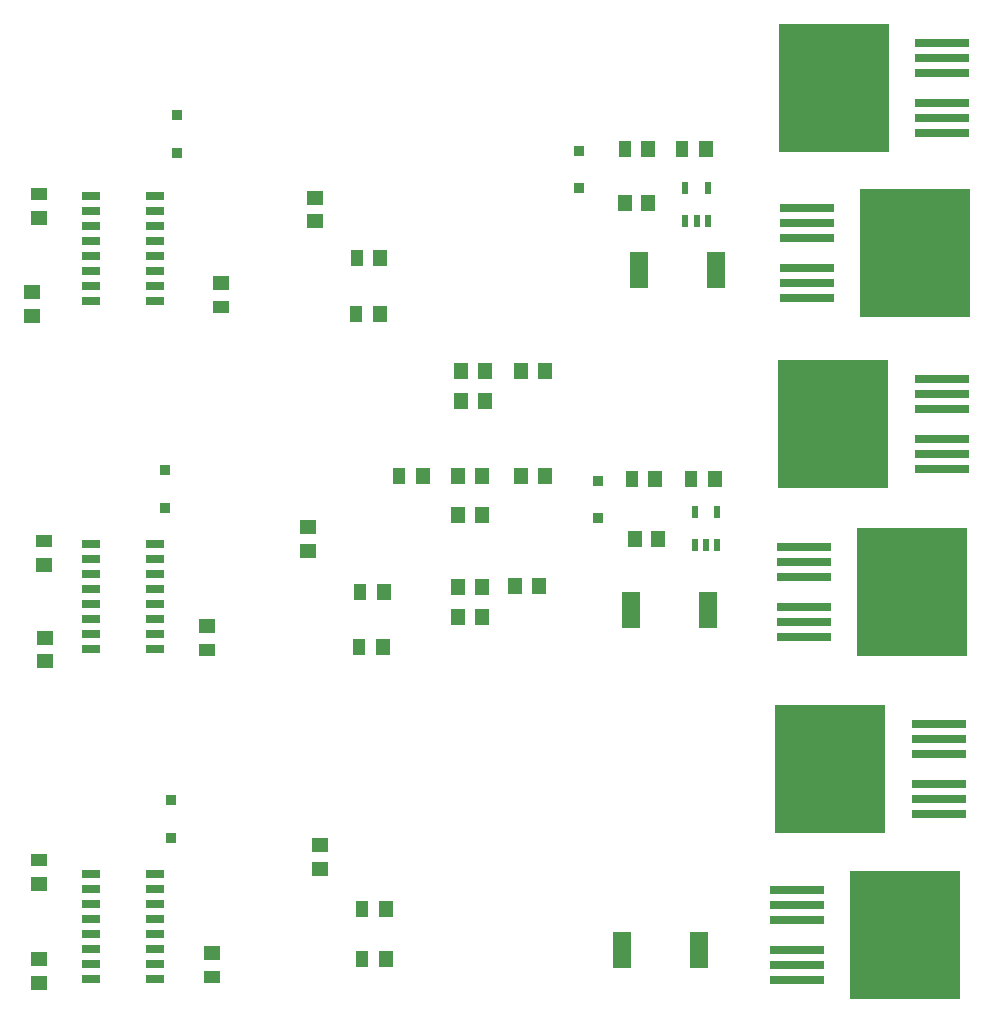
<source format=gtp>
G04*
G04 #@! TF.GenerationSoftware,Altium Limited,Altium Designer,23.10.1 (27)*
G04*
G04 Layer_Color=8421504*
%FSLAX25Y25*%
%MOIN*%
G70*
G04*
G04 #@! TF.SameCoordinates,D58E8A5F-C196-4DC0-9E6E-83BCDBF650AB*
G04*
G04*
G04 #@! TF.FilePolarity,Positive*
G04*
G01*
G75*
%ADD14R,0.02362X0.03937*%
%ADD15R,0.05512X0.04331*%
%ADD16R,0.05512X0.05118*%
%ADD17R,0.04331X0.05512*%
%ADD18R,0.05118X0.05512*%
%ADD19R,0.05315X0.04528*%
%ADD20R,0.06299X0.12205*%
%ADD21R,0.04528X0.05315*%
%ADD22R,0.37008X0.42520*%
%ADD23R,0.18110X0.03150*%
%ADD24R,0.03740X0.03543*%
%ADD25R,0.05906X0.02559*%
D14*
X287378Y278000D02*
D03*
X291118D02*
D03*
X294858D02*
D03*
Y288827D02*
D03*
X287378D02*
D03*
X290496Y180854D02*
D03*
X297976D02*
D03*
Y170028D02*
D03*
X294236D02*
D03*
X290496D02*
D03*
D15*
X72000Y286937D02*
D03*
X132500Y249413D02*
D03*
X73500Y171287D02*
D03*
X128000Y135063D02*
D03*
X72000Y64937D02*
D03*
X129500Y26063D02*
D03*
D16*
X72000Y279063D02*
D03*
X132500Y257287D02*
D03*
X73500Y163413D02*
D03*
X128000Y142937D02*
D03*
X72000Y57063D02*
D03*
X129500Y33937D02*
D03*
D17*
X286331Y302000D02*
D03*
X267181D02*
D03*
X289409Y192028D02*
D03*
X269504Y191902D02*
D03*
X177563Y247000D02*
D03*
X192063Y193000D02*
D03*
X178563Y136000D02*
D03*
X179563Y32000D02*
D03*
X177811Y265496D02*
D03*
X178913Y154185D02*
D03*
X179563Y48500D02*
D03*
D18*
X294205Y302000D02*
D03*
X275055D02*
D03*
X297284Y192028D02*
D03*
X277378Y191902D02*
D03*
X185437Y247000D02*
D03*
X199937Y193000D02*
D03*
X186437Y136000D02*
D03*
X187437Y32000D02*
D03*
X185685Y265496D02*
D03*
X186787Y154185D02*
D03*
X187437Y48500D02*
D03*
D19*
X69488Y246358D02*
D03*
Y254232D02*
D03*
X74000Y131193D02*
D03*
Y139067D02*
D03*
X72000Y24118D02*
D03*
Y31992D02*
D03*
X163976Y277854D02*
D03*
Y285728D02*
D03*
X161516Y168110D02*
D03*
Y175984D02*
D03*
X165500Y69992D02*
D03*
Y62118D02*
D03*
D20*
X297495Y261500D02*
D03*
X271905D02*
D03*
X269260Y148126D02*
D03*
X294850D02*
D03*
X291795Y35000D02*
D03*
X266205D02*
D03*
D21*
X267181Y284000D02*
D03*
X275055D02*
D03*
X278433Y172028D02*
D03*
X270559D02*
D03*
X220555Y227787D02*
D03*
X212681D02*
D03*
X232681D02*
D03*
X240555D02*
D03*
X219555Y192787D02*
D03*
X211681D02*
D03*
X232681D02*
D03*
X240555D02*
D03*
X219555Y156095D02*
D03*
X211681D02*
D03*
X230626Y156287D02*
D03*
X238500D02*
D03*
X220555Y217787D02*
D03*
X212681D02*
D03*
X211614Y180020D02*
D03*
X219488D02*
D03*
X219555Y145787D02*
D03*
X211681D02*
D03*
D22*
X337055Y322252D02*
D03*
X364055Y267252D02*
D03*
X336768Y210252D02*
D03*
X363055Y154252D02*
D03*
X335768Y95252D02*
D03*
X360500Y40000D02*
D03*
D23*
X373079Y337252D02*
D03*
Y332252D02*
D03*
Y327252D02*
D03*
Y317252D02*
D03*
Y312252D02*
D03*
Y307252D02*
D03*
X328031Y282252D02*
D03*
Y277252D02*
D03*
Y272252D02*
D03*
Y262252D02*
D03*
Y257252D02*
D03*
Y252252D02*
D03*
X372791Y225252D02*
D03*
Y220252D02*
D03*
Y215252D02*
D03*
Y205252D02*
D03*
Y200252D02*
D03*
Y195252D02*
D03*
X327031Y169252D02*
D03*
Y164252D02*
D03*
Y159252D02*
D03*
Y149252D02*
D03*
Y144252D02*
D03*
Y139252D02*
D03*
X371791Y110252D02*
D03*
Y105252D02*
D03*
Y100252D02*
D03*
Y90252D02*
D03*
Y85252D02*
D03*
Y80252D02*
D03*
X324476Y55000D02*
D03*
Y50000D02*
D03*
Y45000D02*
D03*
Y35000D02*
D03*
Y30000D02*
D03*
Y25000D02*
D03*
D24*
X118000Y313122D02*
D03*
Y300721D02*
D03*
X114000Y182429D02*
D03*
Y194831D02*
D03*
X116000Y84831D02*
D03*
Y72429D02*
D03*
X252000Y301402D02*
D03*
Y289000D02*
D03*
X258268Y179035D02*
D03*
Y191437D02*
D03*
D25*
X89370Y286130D02*
D03*
Y281130D02*
D03*
Y276130D02*
D03*
Y271130D02*
D03*
Y266130D02*
D03*
Y261130D02*
D03*
Y256130D02*
D03*
Y251130D02*
D03*
X110630D02*
D03*
Y256130D02*
D03*
Y261130D02*
D03*
Y266130D02*
D03*
Y271130D02*
D03*
Y276130D02*
D03*
Y281130D02*
D03*
Y286130D02*
D03*
Y170130D02*
D03*
Y165130D02*
D03*
Y160130D02*
D03*
Y155130D02*
D03*
Y150130D02*
D03*
Y145130D02*
D03*
Y140130D02*
D03*
Y135130D02*
D03*
X89370D02*
D03*
Y140130D02*
D03*
Y145130D02*
D03*
Y150130D02*
D03*
Y155130D02*
D03*
Y160130D02*
D03*
Y165130D02*
D03*
Y170130D02*
D03*
Y60130D02*
D03*
Y55130D02*
D03*
Y50130D02*
D03*
Y45130D02*
D03*
Y40130D02*
D03*
Y35130D02*
D03*
Y30130D02*
D03*
Y25130D02*
D03*
X110630D02*
D03*
Y30130D02*
D03*
Y35130D02*
D03*
Y40130D02*
D03*
Y45130D02*
D03*
Y50130D02*
D03*
Y55130D02*
D03*
Y60130D02*
D03*
M02*

</source>
